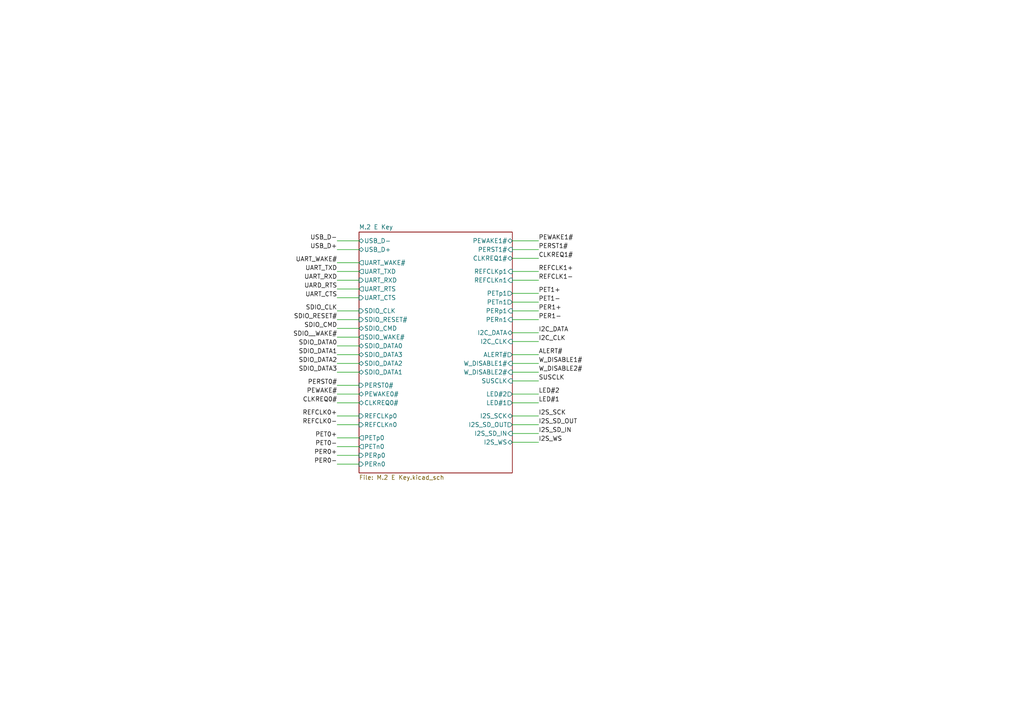
<source format=kicad_sch>
(kicad_sch
	(version 20250114)
	(generator "eeschema")
	(generator_version "9.0")
	(uuid "b80cfedd-1dc9-472f-9201-9442e1f5a970")
	(paper "A4")
	(lib_symbols)
	(wire
		(pts
			(xy 97.79 111.76) (xy 104.14 111.76)
		)
		(stroke
			(width 0)
			(type default)
		)
		(uuid "01ff10aa-28e3-40b7-bf9d-ca3ce872891f")
	)
	(wire
		(pts
			(xy 97.79 120.65) (xy 104.14 120.65)
		)
		(stroke
			(width 0)
			(type default)
		)
		(uuid "05b473c7-324c-42f5-8045-5db7faa376cf")
	)
	(wire
		(pts
			(xy 148.59 123.19) (xy 156.21 123.19)
		)
		(stroke
			(width 0)
			(type default)
		)
		(uuid "08bdc665-71f1-4aaa-9fcc-893917f9a347")
	)
	(wire
		(pts
			(xy 148.59 74.93) (xy 156.21 74.93)
		)
		(stroke
			(width 0)
			(type default)
		)
		(uuid "090392da-cf72-4474-985c-21be4d7fd7ca")
	)
	(wire
		(pts
			(xy 148.59 69.85) (xy 156.21 69.85)
		)
		(stroke
			(width 0)
			(type default)
		)
		(uuid "0e03e3a3-0dad-41f6-a5d9-dd86256fd3d2")
	)
	(wire
		(pts
			(xy 148.59 85.09) (xy 156.21 85.09)
		)
		(stroke
			(width 0)
			(type default)
		)
		(uuid "1c587d4d-5413-4cd0-9d36-b170d093a29c")
	)
	(wire
		(pts
			(xy 97.79 69.85) (xy 104.14 69.85)
		)
		(stroke
			(width 0)
			(type default)
		)
		(uuid "230a22c5-b031-49e7-81ae-516f515fb9d7")
	)
	(wire
		(pts
			(xy 148.59 72.39) (xy 156.21 72.39)
		)
		(stroke
			(width 0)
			(type default)
		)
		(uuid "2719d238-94e5-4504-b900-5d9804cb0496")
	)
	(wire
		(pts
			(xy 148.59 110.49) (xy 156.21 110.49)
		)
		(stroke
			(width 0)
			(type default)
		)
		(uuid "2d3cc065-0854-4cff-9ccc-d27175960622")
	)
	(wire
		(pts
			(xy 97.79 116.84) (xy 104.14 116.84)
		)
		(stroke
			(width 0)
			(type default)
		)
		(uuid "2f1b222c-5f4e-4a92-bbe2-00833c0fab7f")
	)
	(wire
		(pts
			(xy 148.59 102.87) (xy 156.21 102.87)
		)
		(stroke
			(width 0)
			(type default)
		)
		(uuid "342aa22d-627a-4021-bc26-22c26180270c")
	)
	(wire
		(pts
			(xy 148.59 125.73) (xy 156.21 125.73)
		)
		(stroke
			(width 0)
			(type default)
		)
		(uuid "37d0a143-a430-4faf-90a6-d56764624c24")
	)
	(wire
		(pts
			(xy 97.79 127) (xy 104.14 127)
		)
		(stroke
			(width 0)
			(type default)
		)
		(uuid "3dad5f19-af08-4ba2-85e4-a0270cc4430c")
	)
	(wire
		(pts
			(xy 148.59 128.27) (xy 156.21 128.27)
		)
		(stroke
			(width 0)
			(type default)
		)
		(uuid "40f518e7-2d3b-4ec4-b400-6177ecb63777")
	)
	(wire
		(pts
			(xy 148.59 81.28) (xy 156.21 81.28)
		)
		(stroke
			(width 0)
			(type default)
		)
		(uuid "4288fa81-bab8-41cb-8b66-52d3751476a9")
	)
	(wire
		(pts
			(xy 97.79 123.19) (xy 104.14 123.19)
		)
		(stroke
			(width 0)
			(type default)
		)
		(uuid "47186861-fea7-417d-a7e9-adfb53385ac8")
	)
	(wire
		(pts
			(xy 97.79 129.54) (xy 104.14 129.54)
		)
		(stroke
			(width 0)
			(type default)
		)
		(uuid "4b8c0a9a-fa53-4c25-bc82-92fe7defce2e")
	)
	(wire
		(pts
			(xy 148.59 105.41) (xy 156.21 105.41)
		)
		(stroke
			(width 0)
			(type default)
		)
		(uuid "58f49209-7c2c-45e7-844b-07637a959adc")
	)
	(wire
		(pts
			(xy 97.79 92.71) (xy 104.14 92.71)
		)
		(stroke
			(width 0)
			(type default)
		)
		(uuid "5ad99064-3c1b-42eb-aa68-83b5a12af1b2")
	)
	(wire
		(pts
			(xy 148.59 99.06) (xy 156.21 99.06)
		)
		(stroke
			(width 0)
			(type default)
		)
		(uuid "67fcefa4-2806-428e-80d7-08100e4e6049")
	)
	(wire
		(pts
			(xy 97.79 81.28) (xy 104.14 81.28)
		)
		(stroke
			(width 0)
			(type default)
		)
		(uuid "68f9cd8f-e44c-4dea-a752-489c064972cd")
	)
	(wire
		(pts
			(xy 97.79 78.74) (xy 104.14 78.74)
		)
		(stroke
			(width 0)
			(type default)
		)
		(uuid "7991e6c7-5d91-440a-9030-f20d6bac455a")
	)
	(wire
		(pts
			(xy 97.79 100.33) (xy 104.14 100.33)
		)
		(stroke
			(width 0)
			(type default)
		)
		(uuid "7b4ccde7-a646-48bf-a9d5-4350155daa03")
	)
	(wire
		(pts
			(xy 148.59 90.17) (xy 156.21 90.17)
		)
		(stroke
			(width 0)
			(type default)
		)
		(uuid "8ae2aaf3-3fc1-49b0-a1d7-2aebd998ffbc")
	)
	(wire
		(pts
			(xy 97.79 97.79) (xy 104.14 97.79)
		)
		(stroke
			(width 0)
			(type default)
		)
		(uuid "8c0af02d-56f4-4625-b613-6e1a443e262d")
	)
	(wire
		(pts
			(xy 97.79 105.41) (xy 104.14 105.41)
		)
		(stroke
			(width 0)
			(type default)
		)
		(uuid "8d7797f5-d5b2-4e9d-a9c9-6d87f74de37c")
	)
	(wire
		(pts
			(xy 148.59 114.3) (xy 156.21 114.3)
		)
		(stroke
			(width 0)
			(type default)
		)
		(uuid "9a05be9b-0364-4374-b164-f90fe351c3b1")
	)
	(wire
		(pts
			(xy 97.79 134.62) (xy 104.14 134.62)
		)
		(stroke
			(width 0)
			(type default)
		)
		(uuid "9cca740a-ed23-433e-9810-4531a1bf8780")
	)
	(wire
		(pts
			(xy 148.59 96.52) (xy 156.21 96.52)
		)
		(stroke
			(width 0)
			(type default)
		)
		(uuid "9d031c40-b41f-4fc8-82be-87288414b86b")
	)
	(wire
		(pts
			(xy 148.59 87.63) (xy 156.21 87.63)
		)
		(stroke
			(width 0)
			(type default)
		)
		(uuid "9d12c268-3941-4df0-bf46-6dab85455b5b")
	)
	(wire
		(pts
			(xy 97.79 114.3) (xy 104.14 114.3)
		)
		(stroke
			(width 0)
			(type default)
		)
		(uuid "9f279b77-f30d-467e-926e-9b0618406ed6")
	)
	(wire
		(pts
			(xy 97.79 72.39) (xy 104.14 72.39)
		)
		(stroke
			(width 0)
			(type default)
		)
		(uuid "a3def9aa-2dcf-427d-9023-f8a33a244da9")
	)
	(wire
		(pts
			(xy 148.59 78.74) (xy 156.21 78.74)
		)
		(stroke
			(width 0)
			(type default)
		)
		(uuid "a9808101-07dd-4539-8540-2fa7252ce690")
	)
	(wire
		(pts
			(xy 148.59 107.95) (xy 156.21 107.95)
		)
		(stroke
			(width 0)
			(type default)
		)
		(uuid "bf088d0d-9b7a-4355-af86-dccfd99efb16")
	)
	(wire
		(pts
			(xy 97.79 76.2) (xy 104.14 76.2)
		)
		(stroke
			(width 0)
			(type default)
		)
		(uuid "c9ec9b5d-5aae-47c8-8fcd-0ad3613ee7da")
	)
	(wire
		(pts
			(xy 97.79 95.25) (xy 104.14 95.25)
		)
		(stroke
			(width 0)
			(type default)
		)
		(uuid "cdcce75c-85fe-4b57-ba3f-f7916e07c4da")
	)
	(wire
		(pts
			(xy 148.59 120.65) (xy 156.21 120.65)
		)
		(stroke
			(width 0)
			(type default)
		)
		(uuid "d0049e5a-604a-4e83-a705-e875b3ad459f")
	)
	(wire
		(pts
			(xy 97.79 86.36) (xy 104.14 86.36)
		)
		(stroke
			(width 0)
			(type default)
		)
		(uuid "d0994a33-b150-4711-bbd2-a67b75a8fe5f")
	)
	(wire
		(pts
			(xy 97.79 83.82) (xy 104.14 83.82)
		)
		(stroke
			(width 0)
			(type default)
		)
		(uuid "d2b8b6a7-3ffb-4fda-92c2-2cfbb6ddb142")
	)
	(wire
		(pts
			(xy 97.79 132.08) (xy 104.14 132.08)
		)
		(stroke
			(width 0)
			(type default)
		)
		(uuid "d5d41975-03e4-45cf-9a38-9b65df7133cd")
	)
	(wire
		(pts
			(xy 97.79 90.17) (xy 104.14 90.17)
		)
		(stroke
			(width 0)
			(type default)
		)
		(uuid "d6056bc3-48cd-4f97-9be2-3ef310611055")
	)
	(wire
		(pts
			(xy 148.59 92.71) (xy 156.21 92.71)
		)
		(stroke
			(width 0)
			(type default)
		)
		(uuid "d7fa4c33-cc71-4ec6-bf72-5c20093966b9")
	)
	(wire
		(pts
			(xy 148.59 116.84) (xy 156.21 116.84)
		)
		(stroke
			(width 0)
			(type default)
		)
		(uuid "e12cdcff-6cd7-41dc-bd4c-59618937d5f0")
	)
	(wire
		(pts
			(xy 97.79 107.95) (xy 104.14 107.95)
		)
		(stroke
			(width 0)
			(type default)
		)
		(uuid "e8e8c1b0-caed-40bb-b712-972d20e18a11")
	)
	(wire
		(pts
			(xy 97.79 102.87) (xy 104.14 102.87)
		)
		(stroke
			(width 0)
			(type default)
		)
		(uuid "ff8cbe65-2643-4e52-b7d7-d439d8d32288")
	)
	(label "PER1+"
		(at 156.21 90.17 0)
		(effects
			(font
				(size 1.27 1.27)
			)
			(justify left bottom)
		)
		(uuid "01521743-7048-4cde-b4c4-f45b4eb1c29f")
	)
	(label "SDIO_DATA1"
		(at 97.79 102.87 180)
		(effects
			(font
				(size 1.27 1.27)
			)
			(justify right bottom)
		)
		(uuid "124ac3a8-166f-4015-ae5a-faed540e0d7f")
	)
	(label "LED#2"
		(at 156.21 114.3 0)
		(effects
			(font
				(size 1.27 1.27)
			)
			(justify left bottom)
		)
		(uuid "162f7e1c-5850-423a-b652-af5cb0817220")
	)
	(label "PERST1#"
		(at 156.21 72.39 0)
		(effects
			(font
				(size 1.27 1.27)
			)
			(justify left bottom)
		)
		(uuid "1abc88e5-8fe0-4cde-a458-6b62a0b68aba")
	)
	(label "CLKREQ1#"
		(at 156.21 74.93 0)
		(effects
			(font
				(size 1.27 1.27)
			)
			(justify left bottom)
		)
		(uuid "1c40428f-179c-41d5-ad61-a4f855ea710a")
	)
	(label "REFCLK1+"
		(at 156.21 78.74 0)
		(effects
			(font
				(size 1.27 1.27)
			)
			(justify left bottom)
		)
		(uuid "1dcfe851-4ede-4c59-a96d-dbdf6ec2b503")
	)
	(label "PER1-"
		(at 156.21 92.71 0)
		(effects
			(font
				(size 1.27 1.27)
			)
			(justify left bottom)
		)
		(uuid "298b44e2-84ff-48b9-b592-b18eaeceb09a")
	)
	(label "I2C_CLK"
		(at 156.21 99.06 0)
		(effects
			(font
				(size 1.27 1.27)
			)
			(justify left bottom)
		)
		(uuid "2e973e06-a3da-48b3-887e-a1ee16c6a101")
	)
	(label "REFCLK0-"
		(at 97.79 123.19 180)
		(effects
			(font
				(size 1.27 1.27)
			)
			(justify right bottom)
		)
		(uuid "388be191-e501-4247-923a-d0df193fd3d6")
	)
	(label "PERST0#"
		(at 97.79 111.76 180)
		(effects
			(font
				(size 1.27 1.27)
			)
			(justify right bottom)
		)
		(uuid "39caf223-3fac-4d47-82d6-8745c5aacf1b")
	)
	(label "PET0+"
		(at 97.79 127 180)
		(effects
			(font
				(size 1.27 1.27)
			)
			(justify right bottom)
		)
		(uuid "3bfec041-f556-4069-aa99-fbcfdd351a8a")
	)
	(label "USB_D-"
		(at 97.79 69.85 180)
		(effects
			(font
				(size 1.27 1.27)
			)
			(justify right bottom)
		)
		(uuid "3dcb6369-0bd7-47fc-a2ff-a31e24aec77c")
	)
	(label "PET1+"
		(at 156.21 85.09 0)
		(effects
			(font
				(size 1.27 1.27)
			)
			(justify left bottom)
		)
		(uuid "3f2dbaa4-43e2-4c3d-bd66-e9e5ce15016d")
	)
	(label "PEWAKE1#"
		(at 156.21 69.85 0)
		(effects
			(font
				(size 1.27 1.27)
			)
			(justify left bottom)
		)
		(uuid "48edea35-1e98-4441-8ae6-9eb846b25149")
	)
	(label "SDIO_DATA0"
		(at 97.79 100.33 180)
		(effects
			(font
				(size 1.27 1.27)
			)
			(justify right bottom)
		)
		(uuid "4faeec08-6b8c-4d30-9eff-49b86f5ebfec")
	)
	(label "PET0-"
		(at 97.79 129.54 180)
		(effects
			(font
				(size 1.27 1.27)
			)
			(justify right bottom)
		)
		(uuid "54ca7afc-09b4-4dc7-9b2d-0d6dccb97e30")
	)
	(label "LED#1"
		(at 156.21 116.84 0)
		(effects
			(font
				(size 1.27 1.27)
			)
			(justify left bottom)
		)
		(uuid "57234cef-7fc2-4176-8c6e-45ec9fc26283")
	)
	(label "SDIO__WAKE#"
		(at 97.79 97.79 180)
		(effects
			(font
				(size 1.27 1.27)
			)
			(justify right bottom)
		)
		(uuid "5fc48f9e-cb14-4e3d-97ea-9aa007ab7d77")
	)
	(label "UART_RXD"
		(at 97.79 81.28 180)
		(effects
			(font
				(size 1.27 1.27)
			)
			(justify right bottom)
		)
		(uuid "604c8da1-884b-4fc0-b21e-ac086ad14e9b")
	)
	(label "PET1-"
		(at 156.21 87.63 0)
		(effects
			(font
				(size 1.27 1.27)
			)
			(justify left bottom)
		)
		(uuid "7018f09d-9923-43c6-90b7-1b2890178eae")
	)
	(label "PER0-"
		(at 97.79 134.62 180)
		(effects
			(font
				(size 1.27 1.27)
			)
			(justify right bottom)
		)
		(uuid "78fc9e92-9475-46f5-a389-b4e53227c580")
	)
	(label "SDIO_RESET#"
		(at 97.79 92.71 180)
		(effects
			(font
				(size 1.27 1.27)
			)
			(justify right bottom)
		)
		(uuid "84f4d948-3f42-4c9b-838a-5dc4d42e9536")
	)
	(label "REFCLK0+"
		(at 97.79 120.65 180)
		(effects
			(font
				(size 1.27 1.27)
			)
			(justify right bottom)
		)
		(uuid "8c354986-4bf3-4d76-8019-54a94dc36297")
	)
	(label "W_DISABLE2#"
		(at 156.21 107.95 0)
		(effects
			(font
				(size 1.27 1.27)
			)
			(justify left bottom)
		)
		(uuid "8ec582a7-028f-431a-92d0-84ebefd29106")
	)
	(label "UART_WAKE#"
		(at 97.79 76.2 180)
		(effects
			(font
				(size 1.27 1.27)
			)
			(justify right bottom)
		)
		(uuid "8f27e833-a7a5-4472-ae8e-126608a5e995")
	)
	(label "PER0+"
		(at 97.79 132.08 180)
		(effects
			(font
				(size 1.27 1.27)
			)
			(justify right bottom)
		)
		(uuid "9308ec97-e005-4f12-9c0c-0827ac17360d")
	)
	(label "SDIO_DATA3"
		(at 97.79 107.95 180)
		(effects
			(font
				(size 1.27 1.27)
			)
			(justify right bottom)
		)
		(uuid "93da0034-2af1-4f63-a0db-a142167ddf2c")
	)
	(label "I2S_WS"
		(at 156.21 128.27 0)
		(effects
			(font
				(size 1.27 1.27)
			)
			(justify left bottom)
		)
		(uuid "969141e7-6b70-4e32-8b52-5cd520ae2fc8")
	)
	(label "ALERT#"
		(at 156.21 102.87 0)
		(effects
			(font
				(size 1.27 1.27)
			)
			(justify left bottom)
		)
		(uuid "974b75fa-2f80-4236-afe2-5f9cc3270d2a")
	)
	(label "PEWAKE#"
		(at 97.79 114.3 180)
		(effects
			(font
				(size 1.27 1.27)
			)
			(justify right bottom)
		)
		(uuid "a1781d30-9b74-4d25-a032-f078f89afb23")
	)
	(label "I2S_SCK"
		(at 156.21 120.65 0)
		(effects
			(font
				(size 1.27 1.27)
			)
			(justify left bottom)
		)
		(uuid "a1b906c3-a506-4514-9264-c71333fbf446")
	)
	(label "UART_TXD"
		(at 97.79 78.74 180)
		(effects
			(font
				(size 1.27 1.27)
			)
			(justify right bottom)
		)
		(uuid "a1d877da-f05c-48ef-814b-d24585c62b9e")
	)
	(label "REFCLK1-"
		(at 156.21 81.28 0)
		(effects
			(font
				(size 1.27 1.27)
			)
			(justify left bottom)
		)
		(uuid "a4444fb7-4895-438c-b0c0-f9a6e57d1a7d")
	)
	(label "SDIO_CMD"
		(at 97.79 95.25 180)
		(effects
			(font
				(size 1.27 1.27)
			)
			(justify right bottom)
		)
		(uuid "a45ddfc7-551d-4344-af89-cf387c43238b")
	)
	(label "USB_D+"
		(at 97.79 72.39 180)
		(effects
			(font
				(size 1.27 1.27)
			)
			(justify right bottom)
		)
		(uuid "a84a4b6f-a496-4771-8e07-d40eb56e1c1e")
	)
	(label "I2C_DATA"
		(at 156.21 96.52 0)
		(effects
			(font
				(size 1.27 1.27)
			)
			(justify left bottom)
		)
		(uuid "c06d91e9-1bc2-4c45-b2d2-76992bea269b")
	)
	(label "W_DISABLE1#"
		(at 156.21 105.41 0)
		(effects
			(font
				(size 1.27 1.27)
			)
			(justify left bottom)
		)
		(uuid "ccc6155a-d138-425a-a45a-a2b441de12dd")
	)
	(label "I2S_SD_IN"
		(at 156.21 125.73 0)
		(effects
			(font
				(size 1.27 1.27)
			)
			(justify left bottom)
		)
		(uuid "cde182ec-b86f-4983-9e98-a2b446712172")
	)
	(label "UARD_RTS"
		(at 97.79 83.82 180)
		(effects
			(font
				(size 1.27 1.27)
			)
			(justify right bottom)
		)
		(uuid "d452a5f0-f1f2-43ea-a6f4-69d3fbfb5c20")
	)
	(label "UART_CTS"
		(at 97.79 86.36 180)
		(effects
			(font
				(size 1.27 1.27)
			)
			(justify right bottom)
		)
		(uuid "d5298caf-1c11-43f0-95e3-a50f4302b90a")
	)
	(label "I2S_SD_OUT"
		(at 156.21 123.19 0)
		(effects
			(font
				(size 1.27 1.27)
			)
			(justify left bottom)
		)
		(uuid "d9922707-5145-4b75-95fd-be85df063a5a")
	)
	(label "SDIO_CLK"
		(at 97.79 90.17 180)
		(effects
			(font
				(size 1.27 1.27)
			)
			(justify right bottom)
		)
		(uuid "e4cb74c4-3123-421f-ab41-fd55badbed75")
	)
	(label "SDIO_DATA2"
		(at 97.79 105.41 180)
		(effects
			(font
				(size 1.27 1.27)
			)
			(justify right bottom)
		)
		(uuid "e5bd6b50-5926-409a-9bc7-2421865cf24a")
	)
	(label "CLKREQ0#"
		(at 97.79 116.84 180)
		(effects
			(font
				(size 1.27 1.27)
			)
			(justify right bottom)
		)
		(uuid "e983e292-8368-4adb-a315-800120de3b5a")
	)
	(label "SUSCLK"
		(at 156.21 110.49 0)
		(effects
			(font
				(size 1.27 1.27)
			)
			(justify left bottom)
		)
		(uuid "f8062cae-e08d-45c7-a09e-b4ac3f33c46e")
	)
	(sheet
		(at 104.14 67.31)
		(size 44.45 69.85)
		(exclude_from_sim no)
		(in_bom yes)
		(on_board yes)
		(dnp no)
		(fields_autoplaced yes)
		(stroke
			(width 0.1524)
			(type solid)
		)
		(fill
			(color 0 0 0 0.0000)
		)
		(uuid "525bacc7-babc-4248-90f8-34c1cf78cb24")
		(property "Sheetname" "M.2 E Key"
			(at 104.14 66.5984 0)
			(effects
				(font
					(size 1.27 1.27)
				)
				(justify left bottom)
			)
		)
		(property "Sheetfile" "M.2 E Key.kicad_sch"
			(at 104.14 137.7446 0)
			(effects
				(font
					(size 1.27 1.27)
				)
				(justify left top)
			)
		)
		(pin "USB_D-" bidirectional
			(at 104.14 69.85 180)
			(uuid "c851faf6-b1a4-4300-8946-50ebb6f64e59")
			(effects
				(font
					(size 1.27 1.27)
				)
				(justify left)
			)
		)
		(pin "USB_D+" bidirectional
			(at 104.14 72.39 180)
			(uuid "2829ef3b-7074-43f6-891a-98f9756daeef")
			(effects
				(font
					(size 1.27 1.27)
				)
				(justify left)
			)
		)
		(pin "UART_WAKE#" output
			(at 104.14 76.2 180)
			(uuid "334007a3-dcea-4e75-9790-dbed73a9a51d")
			(effects
				(font
					(size 1.27 1.27)
				)
				(justify left)
			)
		)
		(pin "UART_TXD" output
			(at 104.14 78.74 180)
			(uuid "1277dd0c-ab3d-4fc4-9065-64d4a8e403f9")
			(effects
				(font
					(size 1.27 1.27)
				)
				(justify left)
			)
		)
		(pin "UART_RTS" output
			(at 104.14 83.82 180)
			(uuid "e0413851-b304-4a31-aab8-3f384cc18fe4")
			(effects
				(font
					(size 1.27 1.27)
				)
				(justify left)
			)
		)
		(pin "UART_RXD" input
			(at 104.14 81.28 180)
			(uuid "e8a0fc8f-2e28-4529-aaa9-8514b8b82e96")
			(effects
				(font
					(size 1.27 1.27)
				)
				(justify left)
			)
		)
		(pin "UART_CTS" input
			(at 104.14 86.36 180)
			(uuid "819a04eb-4c1f-4c51-9bdf-cb1521d60bd9")
			(effects
				(font
					(size 1.27 1.27)
				)
				(justify left)
			)
		)
		(pin "SDIO_CLK" input
			(at 104.14 90.17 180)
			(uuid "21eaa93e-3b30-46ca-8c25-658387f1c9b8")
			(effects
				(font
					(size 1.27 1.27)
				)
				(justify left)
			)
		)
		(pin "SDIO_RESET#" input
			(at 104.14 92.71 180)
			(uuid "4cf8d949-2590-4a98-b788-7265c7dab41b")
			(effects
				(font
					(size 1.27 1.27)
				)
				(justify left)
			)
		)
		(pin "SDIO_CMD" bidirectional
			(at 104.14 95.25 180)
			(uuid "0e55f775-ad62-4ab4-b710-9c77bf498a0d")
			(effects
				(font
					(size 1.27 1.27)
				)
				(justify left)
			)
		)
		(pin "SDIO_WAKE#" output
			(at 104.14 97.79 180)
			(uuid "25a52031-a816-4aa2-bdd1-dfbc6135e0e9")
			(effects
				(font
					(size 1.27 1.27)
				)
				(justify left)
			)
		)
		(pin "SDIO_DATA0" bidirectional
			(at 104.14 100.33 180)
			(uuid "99f60169-8cea-42d4-bc40-6c36fde79956")
			(effects
				(font
					(size 1.27 1.27)
				)
				(justify left)
			)
		)
		(pin "SDIO_DATA3" bidirectional
			(at 104.14 102.87 180)
			(uuid "a405f883-fd58-4e59-acf1-afd5f18b43b8")
			(effects
				(font
					(size 1.27 1.27)
				)
				(justify left)
			)
		)
		(pin "SDIO_DATA2" bidirectional
			(at 104.14 105.41 180)
			(uuid "44c390ec-1852-44da-99d6-db8d671d5f7e")
			(effects
				(font
					(size 1.27 1.27)
				)
				(justify left)
			)
		)
		(pin "SDIO_DATA1" bidirectional
			(at 104.14 107.95 180)
			(uuid "4d96ddf9-6ff8-442a-bd1e-f225f5ea1c00")
			(effects
				(font
					(size 1.27 1.27)
				)
				(justify left)
			)
		)
		(pin "PERST0#" input
			(at 104.14 111.76 180)
			(uuid "529bd8b0-f98e-40e0-bb3e-a89b84207c40")
			(effects
				(font
					(size 1.27 1.27)
				)
				(justify left)
			)
		)
		(pin "PEWAKE0#" bidirectional
			(at 104.14 114.3 180)
			(uuid "eef72c4d-c88c-4339-9292-8b5c5db1babc")
			(effects
				(font
					(size 1.27 1.27)
				)
				(justify left)
			)
		)
		(pin "CLKREQ0#" bidirectional
			(at 104.14 116.84 180)
			(uuid "8ab696d2-22f1-446c-a5d4-a361ec3a6f9a")
			(effects
				(font
					(size 1.27 1.27)
				)
				(justify left)
			)
		)
		(pin "REFCLKp0" input
			(at 104.14 120.65 180)
			(uuid "c4222cfc-e347-44c2-b69b-cbb727e9061a")
			(effects
				(font
					(size 1.27 1.27)
				)
				(justify left)
			)
		)
		(pin "REFCLKn0" input
			(at 104.14 123.19 180)
			(uuid "209251ca-f836-4253-8363-463a6bf5969a")
			(effects
				(font
					(size 1.27 1.27)
				)
				(justify left)
			)
		)
		(pin "PETn0" output
			(at 104.14 129.54 180)
			(uuid "c1feccb3-8370-43fd-9c9b-a80e21ddd85e")
			(effects
				(font
					(size 1.27 1.27)
				)
				(justify left)
			)
		)
		(pin "PETp0" output
			(at 104.14 127 180)
			(uuid "aa19bde0-ad8f-48f8-accf-badda99ffd70")
			(effects
				(font
					(size 1.27 1.27)
				)
				(justify left)
			)
		)
		(pin "PERn0" input
			(at 104.14 134.62 180)
			(uuid "3c627f34-3521-40c2-831a-34942c9335c7")
			(effects
				(font
					(size 1.27 1.27)
				)
				(justify left)
			)
		)
		(pin "PERp0" input
			(at 104.14 132.08 180)
			(uuid "576b6862-a161-4661-964d-d017c5871d43")
			(effects
				(font
					(size 1.27 1.27)
				)
				(justify left)
			)
		)
		(pin "PEWAKE1#" bidirectional
			(at 148.59 69.85 0)
			(uuid "afc78c05-a624-49cc-a663-77196f487d47")
			(effects
				(font
					(size 1.27 1.27)
				)
				(justify right)
			)
		)
		(pin "PERST1#" input
			(at 148.59 72.39 0)
			(uuid "722784f8-2beb-49ad-bab9-edb81a2a0053")
			(effects
				(font
					(size 1.27 1.27)
				)
				(justify right)
			)
		)
		(pin "CLKREQ1#" bidirectional
			(at 148.59 74.93 0)
			(uuid "ca0b6ff1-0fea-4645-8deb-f7f7f41b8b74")
			(effects
				(font
					(size 1.27 1.27)
				)
				(justify right)
			)
		)
		(pin "REFCLKn1" input
			(at 148.59 81.28 0)
			(uuid "b906686a-6fac-4991-99a6-f9fc3e3ba394")
			(effects
				(font
					(size 1.27 1.27)
				)
				(justify right)
			)
		)
		(pin "REFCLKp1" input
			(at 148.59 78.74 0)
			(uuid "25be0ab9-2bb9-41f3-b23d-c42cc821a031")
			(effects
				(font
					(size 1.27 1.27)
				)
				(justify right)
			)
		)
		(pin "PETn1" output
			(at 148.59 87.63 0)
			(uuid "8a09fc79-190f-4063-b29f-79ac584b518a")
			(effects
				(font
					(size 1.27 1.27)
				)
				(justify right)
			)
		)
		(pin "PETp1" output
			(at 148.59 85.09 0)
			(uuid "0d747882-1a84-41bb-aa6b-961c7c1a7a3d")
			(effects
				(font
					(size 1.27 1.27)
				)
				(justify right)
			)
		)
		(pin "PERp1" input
			(at 148.59 90.17 0)
			(uuid "76ffecb7-9d41-4e45-8a6b-b6514fb2e4a8")
			(effects
				(font
					(size 1.27 1.27)
				)
				(justify right)
			)
		)
		(pin "PERn1" input
			(at 148.59 92.71 0)
			(uuid "ad78fbca-1d3d-47ec-a8ac-bbe1af5c94e7")
			(effects
				(font
					(size 1.27 1.27)
				)
				(justify right)
			)
		)
		(pin "I2C_DATA" bidirectional
			(at 148.59 96.52 0)
			(uuid "e01470d6-acde-479a-b29e-3ce4124d5deb")
			(effects
				(font
					(size 1.27 1.27)
				)
				(justify right)
			)
		)
		(pin "I2C_CLK" input
			(at 148.59 99.06 0)
			(uuid "0ad5a1d5-370a-4ae4-8e98-5f9244152b6f")
			(effects
				(font
					(size 1.27 1.27)
				)
				(justify right)
			)
		)
		(pin "ALERT#" output
			(at 148.59 102.87 0)
			(uuid "9e9e6532-2619-4820-baa2-c09b13e45595")
			(effects
				(font
					(size 1.27 1.27)
				)
				(justify right)
			)
		)
		(pin "W_DISABLE1#" input
			(at 148.59 105.41 0)
			(uuid "0e7127b9-fd76-4343-88e0-20f9f7efb954")
			(effects
				(font
					(size 1.27 1.27)
				)
				(justify right)
			)
		)
		(pin "SUSCLK" input
			(at 148.59 110.49 0)
			(uuid "a5050316-3209-4961-ac1b-6fcc0caecbc5")
			(effects
				(font
					(size 1.27 1.27)
				)
				(justify right)
			)
		)
		(pin "W_DISABLE2#" input
			(at 148.59 107.95 0)
			(uuid "74015953-f228-4e48-97f3-f5214ba2f66e")
			(effects
				(font
					(size 1.27 1.27)
				)
				(justify right)
			)
		)
		(pin "LED#2" output
			(at 148.59 114.3 0)
			(uuid "089a6f62-d799-43e6-947e-ff839b7c8880")
			(effects
				(font
					(size 1.27 1.27)
				)
				(justify right)
			)
		)
		(pin "LED#1" output
			(at 148.59 116.84 0)
			(uuid "a0120f49-cbbe-4e02-9eb9-9ff5dbd68117")
			(effects
				(font
					(size 1.27 1.27)
				)
				(justify right)
			)
		)
		(pin "I2S_SCK" bidirectional
			(at 148.59 120.65 0)
			(uuid "e08656c1-b930-4e6e-a6e8-d24dd9081bd9")
			(effects
				(font
					(size 1.27 1.27)
				)
				(justify right)
			)
		)
		(pin "I2S_SD_OUT" output
			(at 148.59 123.19 0)
			(uuid "20d5f392-1a60-4a08-847f-8f5ff2b5e3d8")
			(effects
				(font
					(size 1.27 1.27)
				)
				(justify right)
			)
		)
		(pin "I2S_WS" bidirectional
			(at 148.59 128.27 0)
			(uuid "f1024cf1-cf94-4f3c-834b-67b6bbad542e")
			(effects
				(font
					(size 1.27 1.27)
				)
				(justify right)
			)
		)
		(pin "I2S_SD_IN" input
			(at 148.59 125.73 0)
			(uuid "6de1484e-dd2b-47e4-8549-da29fef72467")
			(effects
				(font
					(size 1.27 1.27)
				)
				(justify right)
			)
		)
		(instances
			(project "M.2 E Key 30110"
				(path "/b80cfedd-1dc9-472f-9201-9442e1f5a970"
					(page "2")
				)
			)
		)
	)
	(sheet_instances
		(path "/"
			(page "1")
		)
	)
	(embedded_fonts no)
)

</source>
